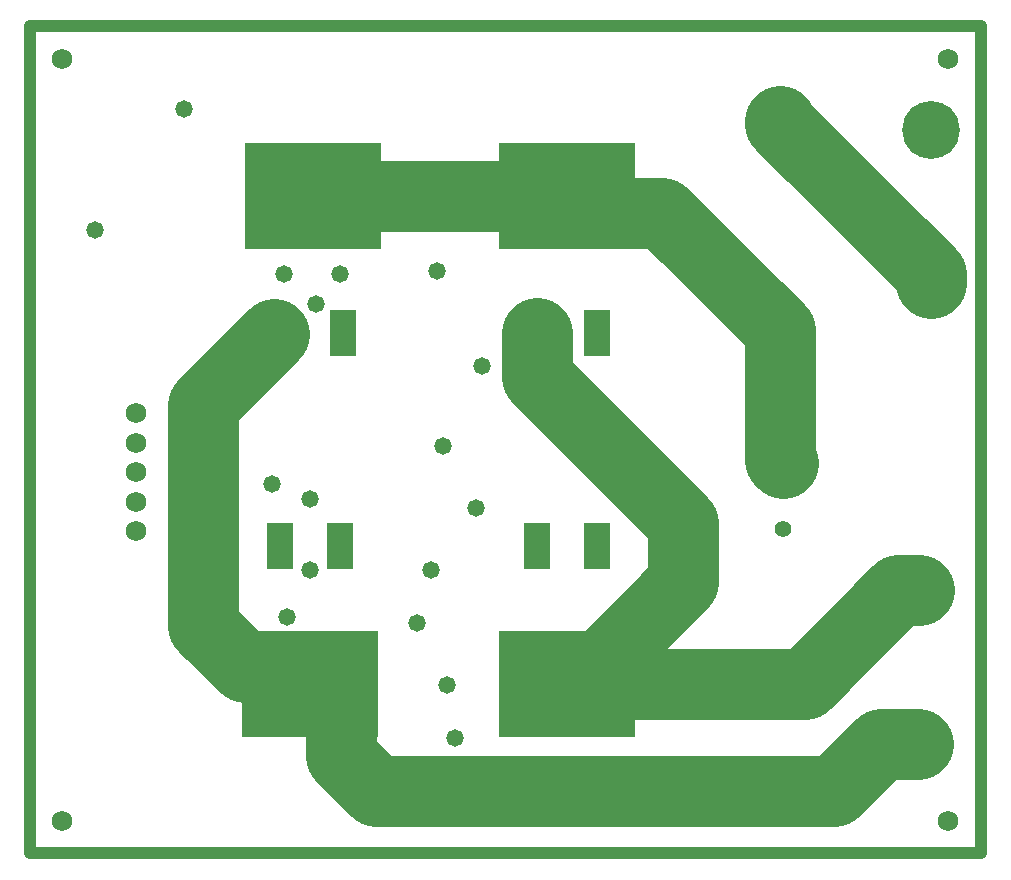
<source format=gbs>
G04*
G04 #@! TF.GenerationSoftware,Altium Limited,Altium Designer,20.0.12 (288)*
G04*
G04 Layer_Color=16711935*
%FSLAX44Y44*%
%MOMM*%
G71*
G01*
G75*
%ADD13C,1.0000*%
%ADD22C,1.4032*%
%ADD23R,1.4032X1.4032*%
%ADD24C,4.9000*%
%ADD25C,1.7272*%
%ADD26C,3.2032*%
%ADD27C,1.4732*%
%ADD36C,6.0000*%
%ADD37C,1.5000*%
%ADD38R,11.6332X9.0932*%
%ADD39R,2.2832X4.0132*%
D13*
X0Y100000D02*
X805000D01*
X0Y800000D02*
X0Y100000D01*
X805000Y800000D02*
X805000Y100000D01*
X0Y800000D02*
X805000D01*
D22*
X637500Y374500D02*
D03*
D23*
Y430500D02*
D03*
D24*
X762500Y712500D02*
D03*
Y582500D02*
D03*
X752500Y322500D02*
D03*
Y192500D02*
D03*
D25*
X27500Y772500D02*
D03*
X90000Y372500D02*
D03*
Y397500D02*
D03*
Y422500D02*
D03*
Y447500D02*
D03*
Y472500D02*
D03*
X27500Y127500D02*
D03*
X777500D02*
D03*
Y772500D02*
D03*
D26*
X635000Y510000D02*
D03*
Y720000D02*
D03*
D27*
X345000Y592500D02*
D03*
X55000Y627500D02*
D03*
X205000Y412500D02*
D03*
X339840Y340000D02*
D03*
X382500Y512500D02*
D03*
X262500Y590000D02*
D03*
X242500Y565000D02*
D03*
X352660Y242660D02*
D03*
X360000Y197500D02*
D03*
X350000Y445000D02*
D03*
X217500Y300000D02*
D03*
X237500Y400000D02*
D03*
Y340000D02*
D03*
X327500Y295000D02*
D03*
X377500Y392500D02*
D03*
X130000Y730000D02*
D03*
X215000Y590000D02*
D03*
D36*
X293141Y152500D02*
X681000D01*
X146460Y292638D02*
X181647Y257450D01*
X146460Y479460D02*
X206500Y539500D01*
X681000Y152500D02*
X720500Y192000D01*
X751500D01*
X181647Y257450D02*
X234350D01*
X263250Y182391D02*
Y215850D01*
Y182391D02*
X293141Y152500D01*
X146460Y292638D02*
Y479460D01*
X429200Y503300D02*
X553297Y379203D01*
X429200Y503300D02*
Y540000D01*
X656000Y243500D02*
X735000Y322500D01*
X752500D01*
X481750Y257950D02*
X553297Y329497D01*
Y379203D01*
X454600Y243500D02*
X469050Y257950D01*
X454600Y243500D02*
X481750D01*
X656000D01*
X469050Y257950D02*
X481750D01*
X635000Y717500D02*
X762500Y590000D01*
X635000Y717500D02*
Y720000D01*
X762500Y582500D02*
Y590000D01*
X239600Y656500D02*
X454600D01*
X469050Y642050D02*
X535450D01*
X635000Y542500D01*
Y510000D02*
Y542500D01*
Y433000D02*
Y510000D01*
Y433000D02*
X637500Y430500D01*
X239600Y656500D02*
X239600Y656500D01*
X454600Y656500D02*
X469050Y642050D01*
X454600Y656500D02*
X454600Y656500D01*
D37*
X236100Y243000D02*
X263250Y215850D01*
X273050Y206050D01*
X206500Y539500D02*
X214000Y547000D01*
X206500Y539500D02*
X213200D01*
X453760Y242660D02*
X454600Y243500D01*
X239600Y656500D02*
X242500Y653600D01*
X226900Y656500D02*
X239600D01*
D38*
X454600Y656500D02*
D03*
Y243500D02*
D03*
X239600Y656500D02*
D03*
X237100Y243500D02*
D03*
D39*
X429200Y540000D02*
D03*
X480000D02*
D03*
X429200Y360000D02*
D03*
X480000D02*
D03*
X265000Y540000D02*
D03*
X214200D02*
D03*
X211700Y360000D02*
D03*
X262500D02*
D03*
M02*

</source>
